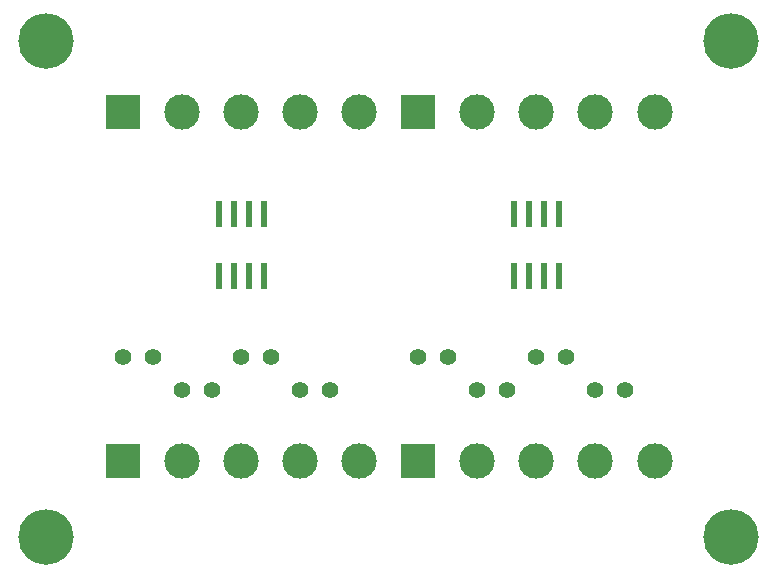
<source format=gbr>
%TF.GenerationSoftware,KiCad,Pcbnew,7.0.8*%
%TF.CreationDate,2024-03-15T18:14:36-06:00*%
%TF.ProjectId,DIO_TVS_Protection,44494f5f-5456-4535-9f50-726f74656374,rev?*%
%TF.SameCoordinates,Original*%
%TF.FileFunction,Soldermask,Top*%
%TF.FilePolarity,Negative*%
%FSLAX46Y46*%
G04 Gerber Fmt 4.6, Leading zero omitted, Abs format (unit mm)*
G04 Created by KiCad (PCBNEW 7.0.8) date 2024-03-15 18:14:36*
%MOMM*%
%LPD*%
G01*
G04 APERTURE LIST*
%ADD10R,3.000000X3.000000*%
%ADD11C,3.000000*%
%ADD12R,0.600000X2.200000*%
%ADD13C,4.700000*%
%ADD14C,1.400000*%
G04 APERTURE END LIST*
D10*
%TO.C,J3*%
X122965000Y-82340000D03*
D11*
X127965000Y-82340000D03*
X132965000Y-82340000D03*
X137965000Y-82340000D03*
X142965000Y-82340000D03*
%TD*%
D12*
%TO.C,U2*%
X156060000Y-96190000D03*
X157330000Y-96190000D03*
X158600000Y-96190000D03*
X159870000Y-96190000D03*
X159870000Y-90990000D03*
X158600000Y-90990000D03*
X157330000Y-90990000D03*
X156060000Y-90990000D03*
%TD*%
%TO.C,U1*%
X131060000Y-96190000D03*
X132330000Y-96190000D03*
X133600000Y-96190000D03*
X134870000Y-96190000D03*
X134870000Y-90990000D03*
X133600000Y-90990000D03*
X132330000Y-90990000D03*
X131060000Y-90990000D03*
%TD*%
D13*
%TO.C,REF\u002A\u002A*%
X174465000Y-76340000D03*
%TD*%
%TO.C,REF\u002A\u002A*%
X174465000Y-118340000D03*
%TD*%
%TO.C,REF\u002A\u002A*%
X116465000Y-118340000D03*
%TD*%
%TO.C,REF\u002A\u002A*%
X116465000Y-76340000D03*
%TD*%
D10*
%TO.C,J4*%
X147965000Y-82340000D03*
D11*
X152965000Y-82340000D03*
X157965000Y-82340000D03*
X162965000Y-82340000D03*
X167965000Y-82340000D03*
%TD*%
D10*
%TO.C,J2*%
X147965000Y-111840000D03*
D11*
X152965000Y-111840000D03*
X157965000Y-111840000D03*
X162965000Y-111840000D03*
X167965000Y-111840000D03*
%TD*%
D10*
%TO.C,J1*%
X122965000Y-111840000D03*
D11*
X127965000Y-111840000D03*
X132965000Y-111840000D03*
X137965000Y-111840000D03*
X142965000Y-111840000D03*
%TD*%
D14*
%TO.C,C8*%
X162965000Y-105840000D03*
X165465000Y-105840000D03*
%TD*%
%TO.C,C7*%
X157965000Y-103090000D03*
X160465000Y-103090000D03*
%TD*%
%TO.C,C6*%
X152965000Y-105840000D03*
X155465000Y-105840000D03*
%TD*%
%TO.C,C5*%
X147965000Y-103090000D03*
X150465000Y-103090000D03*
%TD*%
%TO.C,C4*%
X137965000Y-105840000D03*
X140465000Y-105840000D03*
%TD*%
%TO.C,C3*%
X132965000Y-103090000D03*
X135465000Y-103090000D03*
%TD*%
%TO.C,C2*%
X127965000Y-105840000D03*
X130465000Y-105840000D03*
%TD*%
%TO.C,C1*%
X122965000Y-103090000D03*
X125465000Y-103090000D03*
%TD*%
M02*

</source>
